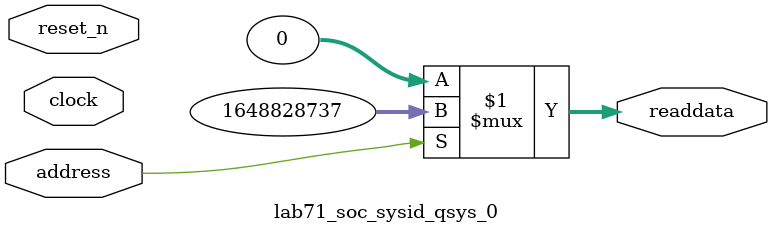
<source format=v>



// synthesis translate_off
`timescale 1ns / 1ps
// synthesis translate_on

// turn off superfluous verilog processor warnings 
// altera message_level Level1 
// altera message_off 10034 10035 10036 10037 10230 10240 10030 

module lab71_soc_sysid_qsys_0 (
               // inputs:
                address,
                clock,
                reset_n,

               // outputs:
                readdata
             )
;

  output  [ 31: 0] readdata;
  input            address;
  input            clock;
  input            reset_n;

  wire    [ 31: 0] readdata;
  //control_slave, which is an e_avalon_slave
  assign readdata = address ? 1648828737 : 0;

endmodule



</source>
